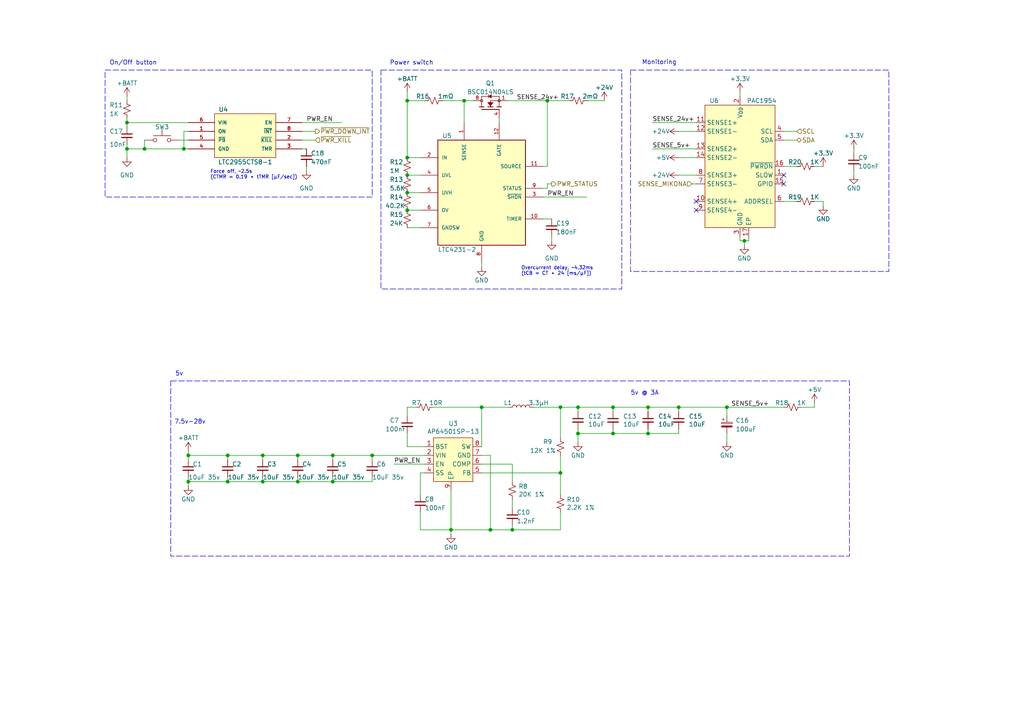
<source format=kicad_sch>
(kicad_sch (version 20230121) (generator eeschema)
  (paper "A4")
  (lib_symbols
    (symbol "AP64351:AP64351"
      (property "Reference" "U" (at 0 8.89 0))
      (property "Value" "AP64351" (at 1.27 6.35 0))
      (symbol "AP64351_0_0"
        (rectangle (start -5.08 5.08) (end 6.35 -7.62) (stroke (width 0.1524)) (fill (type background)))
      )
      (symbol "AP64351_1_1"
        (pin passive line (at -7.62 2.54 0) (length 2.54) (name "BST") (number "1"))
        (pin power_in line (at -7.62 0 0) (length 2.54) (name "VIN") (number "2"))
        (pin input line (at -7.62 -2.54 0) (length 2.54) (name "EN") (number "3"))
        (pin input line (at -7.62 -5.08 0) (length 2.54) (name "SS") (number "4"))
        (pin input line (at 8.89 -5.08 180) (length 2.54) (name "FB") (number "5"))
        (pin input line (at 8.89 -2.54 180) (length 2.54) (name "COMP") (number "6"))
        (pin power_in line (at 8.89 0 180) (length 2.54) (name "GND") (number "7"))
        (pin output line (at 8.89 2.54 180) (length 2.54) (name "SW") (number "8"))
        (pin passive line (at 0 -10.16 90) (length 2.54) (name "EP") (number "9"))
      )
    )
    (symbol "BSC014N04LSIATMA1:BSC014N04LSIATMA1" (pin_names (offset 1.016))
      (property "Reference" "Q" (at -2.54 2.54 0))
      (property "Value" "BSC014N04LSIATMA1" (at -8.8945 -7.6239 0))
      (symbol "BSC014N04LSIATMA1_0_0"
        (polyline (pts (xy 0 2.54) (xy 0 -2.54)) (stroke (width 0.254)))
        (polyline (pts (xy 0.762 -2.54) (xy 0.762 -3.175)) (stroke (width 0.254)))
        (polyline (pts (xy 0.762 -1.905) (xy 0.762 -2.54)) (stroke (width 0.254)))
        (polyline (pts (xy 0.762 0) (xy 0.762 -0.762)) (stroke (width 0.254)))
        (polyline (pts (xy 0.762 0) (xy 2.54 0)) (stroke (width 0.1524)))
        (polyline (pts (xy 0.762 0.762) (xy 0.762 0)) (stroke (width 0.254)))
        (polyline (pts (xy 0.762 2.54) (xy 0.762 1.905)) (stroke (width 0.254)))
        (polyline (pts (xy 0.762 2.54) (xy 3.81 2.54)) (stroke (width 0.1524)))
        (polyline (pts (xy 0.762 3.175) (xy 0.762 2.54)) (stroke (width 0.254)))
        (polyline (pts (xy 2.54 -2.54) (xy 0.762 -2.54)) (stroke (width 0.1524)))
        (polyline (pts (xy 2.54 -2.54) (xy 3.81 -2.54)) (stroke (width 0.1524)))
        (polyline (pts (xy 2.54 0) (xy 2.54 -2.54)) (stroke (width 0.1524)))
        (polyline (pts (xy 3.81 0.508) (xy 3.302 0.508)) (stroke (width 0.1524)))
        (polyline (pts (xy 3.81 0.508) (xy 3.81 -2.54)) (stroke (width 0.1524)))
        (polyline (pts (xy 3.81 2.54) (xy 3.81 0.508)) (stroke (width 0.1524)))
        (polyline (pts (xy 4.318 0.508) (xy 3.81 0.508)) (stroke (width 0.1524)))
        (polyline (pts (xy 1.016 0) (xy 2.032 0.762) (xy 2.032 -0.762) (xy 1.016 0)) (stroke (width 0.1524)) (fill (type outline)))
        (polyline (pts (xy 3.81 0.508) (xy 3.302 -0.254) (xy 4.318 -0.254) (xy 3.81 0.508)) (stroke (width 0.1524)) (fill (type outline)))
        (circle (center 2.54 -2.54) (radius 0.3592))
        (circle (center 2.54 2.54) (radius 0.3592))
        (pin passive line (at 2.54 -5.08 90) (length 2.54) (name "~") (number "1"))
        (pin passive line (at -2.54 -2.54 0) (length 2.54) (name "~") (number "4"))
        (pin passive line (at 2.54 5.08 270) (length 2.54) (name "~") (number "8"))
      )
    )
    (symbol "Device:C_Polarized_Small" (pin_numbers hide) (pin_names (offset 0.254) hide)
      (property "Reference" "C" (at 0.254 1.778 0))
      (property "Value" "C_Polarized_Small" (at 0.254 -2.032 0))
      (symbol "C_Polarized_Small_0_1"
        (rectangle (start -1.524 -0.3048) (end 1.524 -0.6858) (fill (type outline)))
        (rectangle (start -1.524 0.6858) (end 1.524 0.3048))
        (polyline (pts (xy -1.27 1.524) (xy -0.762 1.524)))
        (polyline (pts (xy -1.016 1.27) (xy -1.016 1.778)))
      )
      (symbol "C_Polarized_Small_1_1"
        (pin passive line (at 0 2.54 270) (length 1.8542) (name "~") (number "1"))
        (pin passive line (at 0 -2.54 90) (length 1.8542) (name "~") (number "2"))
      )
    )
    (symbol "Device:C_Small" (pin_numbers hide) (pin_names (offset 0.254) hide)
      (property "Reference" "C" (at 0.254 1.778 0))
      (property "Value" "C_Small" (at 0.254 -2.032 0))
      (symbol "C_Small_0_1"
        (polyline (pts (xy -1.524 -0.508) (xy 1.524 -0.508)) (stroke (width 0.3302)))
        (polyline (pts (xy -1.524 0.508) (xy 1.524 0.508)) (stroke (width 0.3048)))
      )
      (symbol "C_Small_1_1"
        (pin passive line (at 0 2.54 270) (length 2.032) (name "~") (number "1"))
        (pin passive line (at 0 -2.54 90) (length 2.032) (name "~") (number "2"))
      )
    )
    (symbol "Device:L" (pin_numbers hide) (pin_names (offset 1.016) hide)
      (property "Reference" "L" (at -1.27 0 90))
      (property "Value" "L" (at 1.905 0 90))
      (symbol "L_0_1"
        (arc (start 0 -2.54) (mid 0.6323 -1.905) (end 0 -1.27))
        (arc (start 0 -1.27) (mid 0.6323 -0.635) (end 0 0))
        (arc (start 0 0) (mid 0.6323 0.635) (end 0 1.27))
        (arc (start 0 1.27) (mid 0.6323 1.905) (end 0 2.54))
      )
      (symbol "L_1_1"
        (pin passive line (at 0 3.81 270) (length 1.27) (name "1") (number "1"))
        (pin passive line (at 0 -3.81 90) (length 1.27) (name "2") (number "2"))
      )
    )
    (symbol "Device:R_Small_US" (pin_numbers hide) (pin_names (offset 0.254) hide)
      (property "Reference" "R" (at 0.762 0.508 0))
      (property "Value" "R_Small_US" (at 0.762 -1.016 0))
      (symbol "R_Small_US_1_1"
        (polyline (pts (xy 0 0) (xy 1.016 -0.381) (xy 0 -0.762) (xy -1.016 -1.143) (xy 0 -1.524)))
        (polyline (pts (xy 0 1.524) (xy 1.016 1.143) (xy 0 0.762) (xy -1.016 0.381) (xy 0 0)))
        (pin passive line (at 0 2.54 270) (length 1.016) (name "~") (number "1"))
        (pin passive line (at 0 -2.54 90) (length 1.016) (name "~") (number "2"))
      )
    )
    (symbol "GND_1" (power) (pin_names (offset 0))
      (property "Value" "GND_1" (at 0 -3.81 0))
      (symbol "GND_1_0_1"
        (polyline (pts (xy 0 0) (xy 0 -1.27) (xy 1.27 -1.27) (xy 0 -2.54) (xy -1.27 -1.27) (xy 0 -1.27)))
      )
      (symbol "GND_1_1_1"
        (pin power_in line (at 0 0 270) (length 0) hide (name "GND") (number "1"))
      )
    )
    (symbol "GND_2" (power) (pin_names (offset 0))
      (property "Value" "GND_2" (at 0 -3.81 0))
      (symbol "GND_2_0_1"
        (polyline (pts (xy 0 0) (xy 0 -1.27) (xy 1.27 -1.27) (xy 0 -2.54) (xy -1.27 -1.27) (xy 0 -1.27)))
      )
      (symbol "GND_2_1_1"
        (pin power_in line (at 0 0 270) (length 0) hide (name "GND") (number "1"))
      )
    )
    (symbol "GND_3" (power) (pin_names (offset 0))
      (property "Value" "GND_3" (at 0 -3.81 0))
      (symbol "GND_3_0_1"
        (polyline (pts (xy 0 0) (xy 0 -1.27) (xy 1.27 -1.27) (xy 0 -2.54) (xy -1.27 -1.27) (xy 0 -1.27)))
      )
      (symbol "GND_3_1_1"
        (pin power_in line (at 0 0 270) (length 0) hide (name "GND") (number "1"))
      )
    )
    (symbol "LTC2955CTS8-1:LTC2955CTS8-1" (pin_names (offset 1.016))
      (property "Reference" "U" (at 9.525 6.35 0))
      (property "Value" "LTC2955CTS8-1" (at 8.89 3.81 0))
      (symbol "LTC2955CTS8-1_0_0"
        (rectangle (start 7.62 2.54) (end 25.4 -10.16) (stroke (width 0.1524)) (fill (type background)))
        (pin input line (at 0 -2.54 0) (length 7.62) (name "ON") (number "1"))
        (pin passive line (at 33.02 -7.62 180) (length 7.62) (name "TMR") (number "3"))
        (pin power_in line (at 0 -7.62 0) (length 7.62) (name "GND") (number "4"))
        (pin input line (at 0 0 0) (length 7.62) (name "VIN") (number "6"))
      )
      (symbol "LTC2955CTS8-1_1_0"
        (pin input line (at 33.02 -5.08 180) (length 7.62) (name "~{KILL}") (number "2"))
        (pin input line (at 0 -5.08 0) (length 7.62) (name "~{PB}") (number "5"))
        (pin output line (at 33.02 0 180) (length 7.62) (name "EN") (number "7"))
        (pin output line (at 33.02 -2.54 180) (length 7.62) (name "~{INT}") (number "8"))
      )
    )
    (symbol "LTC4231-2:LTC4231-2" (pin_names (offset 1.016))
      (property "Reference" "U" (at -12.7173 15.7694 0))
      (property "Value" "LTC4231-2" (at -12.7141 -17.7998 0))
      (symbol "LTC4231-2_0_0"
        (rectangle (start -12.7 15.24) (end 12.7 -15.24) (stroke (width 0.254)) (fill (type background)))
        (pin input line (at -5.08 20.32 270) (length 5.08) (name "SENSE") (number "1"))
        (pin input line (at 17.78 -7.62 180) (length 5.08) (name "TIMER") (number "10"))
        (pin bidirectional line (at 17.78 7.62 180) (length 5.08) (name "SOURCE") (number "11"))
        (pin bidirectional line (at 5.08 20.32 270) (length 5.08) (name "GATE") (number "12"))
        (pin input line (at -17.78 10.16 0) (length 5.08) (name "IN") (number "2"))
        (pin input line (at 17.78 -1.27 180) (length 5.08) (name "~{SHDN}") (number "3"))
        (pin input line (at -17.78 5.08 0) (length 5.08) (name "UVL") (number "4"))
        (pin input line (at -17.78 0 0) (length 5.08) (name "UVH") (number "5"))
        (pin input line (at -17.78 -5.08 0) (length 5.08) (name "OV") (number "6"))
        (pin power_in line (at -17.78 -10.16 0) (length 5.08) (name "GNDSW") (number "7"))
        (pin power_in line (at 0 -20.32 90) (length 5.08) (name "GND") (number "8"))
        (pin output line (at 17.78 1.27 180) (length 5.08) (name "STATUS") (number "9"))
      )
    )
    (symbol "Sensor_Energy:PAC1954x-x4MX"
      (property "Reference" "U" (at 7.62 22.86 0))
      (property "Value" "PAC1954x-x4MX" (at 7.62 20.32 0))
      (symbol "PAC1954x-x4MX_0_0"
        (pin input line (at 12.7 -2.54 180) (length 2.54) (name "SLOW") (number "1"))
        (pin input line (at -12.7 -10.16 0) (length 2.54) (name "SENSE4+") (number "10"))
        (pin input line (at -12.7 12.7 0) (length 2.54) (name "SENSE1+") (number "11"))
        (pin input line (at -12.7 10.16 0) (length 2.54) (name "SENSE1-") (number "12"))
        (pin input line (at -12.7 5.08 0) (length 2.54) (name "SENSE2+") (number "13"))
        (pin input line (at -12.7 2.54 0) (length 2.54) (name "SENSE2-") (number "14"))
        (pin bidirectional line (at 12.7 -5.08 180) (length 2.54) (name "GPIO") (number "15"))
        (pin input line (at 12.7 0 180) (length 2.54) (name "~{PWRDN}") (number "16"))
        (pin passive line (at 2.54 -20.32 90) (length 2.54) (name "EP") (number "17"))
        (pin power_in line (at 0 20.32 270) (length 2.54) (name "V_{DD}") (number "2"))
        (pin power_in line (at 0 -20.32 90) (length 2.54) (name "GND") (number "3"))
        (pin input line (at 12.7 10.16 180) (length 2.54) (name "SCL") (number "4"))
        (pin bidirectional line (at 12.7 7.62 180) (length 2.54) (name "SDA") (number "5"))
        (pin passive line (at 12.7 -10.16 180) (length 2.54) (name "ADDRSEL") (number "6"))
        (pin input line (at -12.7 -5.08 0) (length 2.54) (name "SENSE3-") (number "7"))
        (pin input line (at -12.7 -2.54 0) (length 2.54) (name "SENSE3+") (number "8"))
        (pin input line (at -12.7 -12.7 0) (length 2.54) (name "SENSE4-") (number "9"))
      )
      (symbol "PAC1954x-x4MX_0_1"
        (rectangle (start -10.16 17.78) (end 10.16 -17.78) (fill (type background)))
      )
    )
    (symbol "Switch:SW_Push" (pin_numbers hide) (pin_names (offset 1.016) hide)
      (property "Reference" "SW" (at 1.27 2.54 0))
      (property "Value" "SW_Push" (at 0 -1.524 0))
      (symbol "SW_Push_0_1"
        (circle (center -2.032 0) (radius 0.508))
        (polyline (pts (xy 0 1.27) (xy 0 3.048)))
        (polyline (pts (xy 2.54 1.27) (xy -2.54 1.27)))
        (circle (center 2.032 0) (radius 0.508))
        (pin passive line (at -5.08 0 0) (length 2.54) (name "1") (number "1"))
        (pin passive line (at 5.08 0 180) (length 2.54) (name "2") (number "2"))
      )
    )
    (symbol "power:+24V" (power) (pin_names (offset 0))
      (property "Value" "+24V" (at 0 3.556 0))
      (symbol "+24V_0_1"
        (polyline (pts (xy -0.762 1.27) (xy 0 2.54)))
        (polyline (pts (xy 0 0) (xy 0 2.54)))
        (polyline (pts (xy 0 2.54) (xy 0.762 1.27)))
      )
      (symbol "+24V_1_1"
        (pin power_in line (at 0 0 90) (length 0) hide (name "+24V") (number "1"))
      )
    )
    (symbol "power:+3.3V" (power) (pin_names (offset 0))
      (property "Value" "+3.3V" (at 0 3.556 0))
      (symbol "+3.3V_0_1"
        (polyline (pts (xy -0.762 1.27) (xy 0 2.54)))
        (polyline (pts (xy 0 0) (xy 0 2.54)))
        (polyline (pts (xy 0 2.54) (xy 0.762 1.27)))
      )
      (symbol "+3.3V_1_1"
        (pin power_in line (at 0 0 90) (length 0) hide (name "+3.3V") (number "1"))
      )
    )
    (symbol "power:+5V" (power) (pin_names (offset 0))
      (property "Value" "+5V" (at 0 3.556 0))
      (symbol "+5V_0_1"
        (polyline (pts (xy -0.762 1.27) (xy 0 2.54)))
        (polyline (pts (xy 0 0) (xy 0 2.54)))
        (polyline (pts (xy 0 2.54) (xy 0.762 1.27)))
      )
      (symbol "+5V_1_1"
        (pin power_in line (at 0 0 90) (length 0) hide (name "+5V") (number "1"))
      )
    )
    (symbol "power:+BATT" (power) (pin_names (offset 0))
      (property "Value" "+BATT" (at 0 3.556 0))
      (symbol "+BATT_0_1"
        (polyline (pts (xy -0.762 1.27) (xy 0 2.54)))
        (polyline (pts (xy 0 0) (xy 0 2.54)))
        (polyline (pts (xy 0 2.54) (xy 0.762 1.27)))
      )
      (symbol "+BATT_1_1"
        (pin power_in line (at 0 0 90) (length 0) hide (name "+BATT") (number "1"))
      )
    )
  )
  (junction (at 36.83 35.56))
  (junction (at 118.11 29.21))
  (junction (at 54.61 139.7))
  (junction (at 86.36 132.08))
  (junction (at 53.34 43.18))
  (junction (at 167.64 118.11))
  (junction (at 76.2 139.7))
  (junction (at 148.59 153.67))
  (junction (at 187.96 118.11))
  (junction (at 118.11 50.8))
  (junction (at 66.04 132.08))
  (junction (at 96.52 139.7))
  (junction (at 167.64 125.73))
  (junction (at 162.56 118.11))
  (junction (at 54.61 132.08))
  (junction (at 142.24 153.67))
  (junction (at 41.91 43.18))
  (junction (at 215.9 69.85))
  (junction (at 196.85 118.11))
  (junction (at 66.04 139.7))
  (junction (at 118.11 55.88))
  (junction (at 130.81 153.67))
  (junction (at 139.7 118.11))
  (junction (at 187.96 125.73))
  (junction (at 158.75 29.21))
  (junction (at 134.62 29.21))
  (junction (at 177.8 125.73))
  (junction (at 177.8 118.11))
  (junction (at 210.82 118.11))
  (junction (at 96.52 132.08))
  (junction (at 118.11 45.72))
  (junction (at 36.83 43.18))
  (junction (at 162.56 137.16))
  (junction (at 76.2 132.08))
  (junction (at 86.36 139.7))
  (junction (at 107.95 132.08))
  (junction (at 118.11 60.96))
  (no_connect (at 201.93 58.42))
  (no_connect (at 227.33 53.34))
  (no_connect (at 227.33 50.8))
  (no_connect (at 201.93 60.96))
  (wire (pts (xy 121.92 137.16) (xy 121.92 143.51)))
  (wire (pts (xy 54.61 35.56) (xy 36.83 35.56)))
  (wire (pts (xy 167.64 118.11) (xy 167.64 119.38)))
  (wire (pts (xy 189.23 43.18) (xy 201.93 43.18)))
  (wire (pts (xy 86.36 132.08) (xy 86.36 133.35)))
  (wire (pts (xy 170.18 29.21) (xy 175.26 29.21)))
  (wire (pts (xy 187.96 125.73) (xy 196.85 125.73)))
  (wire (pts (xy 54.61 139.7) (xy 54.61 140.97)))
  (wire (pts (xy 157.48 48.26) (xy 158.75 48.26)))
  (wire (pts (xy 162.56 137.16) (xy 162.56 143.51)))
  (wire (pts (xy 118.11 60.96) (xy 121.92 60.96)))
  (wire (pts (xy 177.8 118.11) (xy 187.96 118.11)))
  (wire (pts (xy 118.11 55.88) (xy 121.92 55.88)))
  (wire (pts (xy 76.2 132.08) (xy 86.36 132.08)))
  (wire (pts (xy 227.33 58.42) (xy 231.14 58.42)))
  (wire (pts (xy 217.17 69.85) (xy 217.17 68.58)))
  (wire (pts (xy 214.63 68.58) (xy 214.63 69.85)))
  (wire (pts (xy 87.63 38.1) (xy 91.44 38.1)))
  (wire (pts (xy 86.36 132.08) (xy 96.52 132.08)))
  (wire (pts (xy 134.62 29.21) (xy 134.62 35.56)))
  (wire (pts (xy 167.64 125.73) (xy 167.64 128.27)))
  (wire (pts (xy 139.7 118.11) (xy 139.7 129.54)))
  (wire (pts (xy 36.83 41.91) (xy 36.83 43.18)))
  (wire (pts (xy 158.75 53.34) (xy 158.75 54.61)))
  (wire (pts (xy 118.11 66.04) (xy 121.92 66.04)))
  (wire (pts (xy 118.11 125.73) (xy 118.11 129.54)))
  (wire (pts (xy 139.7 76.2) (xy 139.7 77.47)))
  (wire (pts (xy 147.32 29.21) (xy 158.75 29.21)))
  (wire (pts (xy 123.19 137.16) (xy 121.92 137.16)))
  (wire (pts (xy 41.91 43.18) (xy 53.34 43.18)))
  (wire (pts (xy 114.3 134.62) (xy 123.19 134.62)))
  (wire (pts (xy 54.61 38.1) (xy 53.34 38.1)))
  (wire (pts (xy 162.56 118.11) (xy 167.64 118.11)))
  (wire (pts (xy 87.63 40.64) (xy 91.44 40.64)))
  (wire (pts (xy 118.11 26.67) (xy 118.11 29.21)))
  (wire (pts (xy 189.23 35.56) (xy 201.93 35.56)))
  (wire (pts (xy 160.02 53.34) (xy 158.75 53.34)))
  (wire (pts (xy 96.52 139.7) (xy 107.95 139.7)))
  (wire (pts (xy 76.2 139.7) (xy 86.36 139.7)))
  (wire (pts (xy 54.61 139.7) (xy 66.04 139.7)))
  (wire (pts (xy 36.83 27.94) (xy 36.83 29.21)))
  (wire (pts (xy 96.52 139.7) (xy 96.52 138.43)))
  (wire (pts (xy 160.02 68.58) (xy 160.02 69.85)))
  (wire (pts (xy 227.33 38.1) (xy 231.14 38.1)))
  (wire (pts (xy 227.33 40.64) (xy 231.14 40.64)))
  (wire (pts (xy 210.82 118.11) (xy 210.82 120.65)))
  (wire (pts (xy 139.7 137.16) (xy 162.56 137.16)))
  (wire (pts (xy 187.96 118.11) (xy 196.85 118.11)))
  (wire (pts (xy 196.85 118.11) (xy 210.82 118.11)))
  (wire (pts (xy 36.83 35.56) (xy 36.83 36.83)))
  (wire (pts (xy 66.04 139.7) (xy 66.04 138.43)))
  (wire (pts (xy 167.64 118.11) (xy 177.8 118.11)))
  (wire (pts (xy 214.63 26.67) (xy 214.63 27.94)))
  (wire (pts (xy 215.9 69.85) (xy 215.9 71.12)))
  (wire (pts (xy 139.7 118.11) (xy 147.32 118.11)))
  (wire (pts (xy 96.52 132.08) (xy 96.52 133.35)))
  (wire (pts (xy 236.22 58.42) (xy 238.76 58.42)))
  (wire (pts (xy 107.95 132.08) (xy 123.19 132.08)))
  (wire (pts (xy 118.11 45.72) (xy 121.92 45.72)))
  (wire (pts (xy 76.2 139.7) (xy 76.2 138.43)))
  (wire (pts (xy 196.85 125.73) (xy 196.85 124.46)))
  (wire (pts (xy 196.85 38.1) (xy 201.93 38.1)))
  (wire (pts (xy 148.59 152.4) (xy 148.59 153.67)))
  (wire (pts (xy 134.62 29.21) (xy 137.16 29.21)))
  (wire (pts (xy 158.75 48.26) (xy 158.75 29.21)))
  (wire (pts (xy 41.91 40.64) (xy 41.91 43.18)))
  (wire (pts (xy 196.85 45.72) (xy 201.93 45.72)))
  (wire (pts (xy 130.81 154.94) (xy 130.81 153.67)))
  (wire (pts (xy 167.64 125.73) (xy 177.8 125.73)))
  (wire (pts (xy 128.27 29.21) (xy 134.62 29.21)))
  (wire (pts (xy 177.8 125.73) (xy 187.96 125.73)))
  (wire (pts (xy 177.8 118.11) (xy 177.8 119.38)))
  (wire (pts (xy 157.48 57.15) (xy 170.18 57.15)))
  (wire (pts (xy 130.81 153.67) (xy 142.24 153.67)))
  (wire (pts (xy 54.61 130.81) (xy 54.61 132.08)))
  (wire (pts (xy 66.04 132.08) (xy 66.04 133.35)))
  (wire (pts (xy 66.04 139.7) (xy 76.2 139.7)))
  (wire (pts (xy 148.59 139.7) (xy 148.59 134.62)))
  (wire (pts (xy 236.22 48.26) (xy 238.76 48.26)))
  (wire (pts (xy 139.7 134.62) (xy 148.59 134.62)))
  (wire (pts (xy 162.56 132.08) (xy 162.56 137.16)))
  (wire (pts (xy 148.59 144.78) (xy 148.59 147.32)))
  (wire (pts (xy 36.83 43.18) (xy 36.83 45.72)))
  (wire (pts (xy 118.11 118.11) (xy 120.65 118.11)))
  (wire (pts (xy 107.95 139.7) (xy 107.95 138.43)))
  (wire (pts (xy 236.22 118.11) (xy 236.22 116.84)))
  (wire (pts (xy 54.61 132.08) (xy 66.04 132.08)))
  (wire (pts (xy 200.66 53.34) (xy 201.93 53.34)))
  (wire (pts (xy 53.34 43.18) (xy 54.61 43.18)))
  (wire (pts (xy 187.96 118.11) (xy 187.96 119.38)))
  (wire (pts (xy 144.78 34.29) (xy 144.78 35.56)))
  (wire (pts (xy 247.65 49.53) (xy 247.65 50.8)))
  (wire (pts (xy 177.8 124.46) (xy 177.8 125.73)))
  (wire (pts (xy 118.11 50.8) (xy 121.92 50.8)))
  (wire (pts (xy 215.9 69.85) (xy 217.17 69.85)))
  (wire (pts (xy 118.11 29.21) (xy 123.19 29.21)))
  (wire (pts (xy 130.81 142.24) (xy 130.81 153.67)))
  (wire (pts (xy 118.11 29.21) (xy 118.11 45.72)))
  (wire (pts (xy 158.75 29.21) (xy 165.1 29.21)))
  (wire (pts (xy 121.92 148.59) (xy 121.92 153.67)))
  (wire (pts (xy 247.65 43.18) (xy 247.65 44.45)))
  (wire (pts (xy 139.7 132.08) (xy 142.24 132.08)))
  (wire (pts (xy 121.92 153.67) (xy 130.81 153.67)))
  (wire (pts (xy 76.2 132.08) (xy 76.2 133.35)))
  (wire (pts (xy 54.61 133.35) (xy 54.61 132.08)))
  (wire (pts (xy 214.63 69.85) (xy 215.9 69.85)))
  (wire (pts (xy 36.83 43.18) (xy 41.91 43.18)))
  (wire (pts (xy 142.24 132.08) (xy 142.24 153.67)))
  (wire (pts (xy 53.34 38.1) (xy 53.34 43.18)))
  (wire (pts (xy 227.33 48.26) (xy 231.14 48.26)))
  (wire (pts (xy 125.73 118.11) (xy 139.7 118.11)))
  (wire (pts (xy 96.52 132.08) (xy 107.95 132.08)))
  (wire (pts (xy 88.9 48.26) (xy 88.9 49.53)))
  (wire (pts (xy 196.85 118.11) (xy 196.85 119.38)))
  (wire (pts (xy 196.85 50.8) (xy 201.93 50.8)))
  (wire (pts (xy 52.07 40.64) (xy 54.61 40.64)))
  (wire (pts (xy 54.61 139.7) (xy 54.61 138.43)))
  (wire (pts (xy 66.04 132.08) (xy 76.2 132.08)))
  (wire (pts (xy 154.94 118.11) (xy 162.56 118.11)))
  (wire (pts (xy 86.36 139.7) (xy 86.36 138.43)))
  (wire (pts (xy 187.96 124.46) (xy 187.96 125.73)))
  (wire (pts (xy 162.56 118.11) (xy 162.56 127)))
  (wire (pts (xy 87.63 35.56) (xy 99.06 35.56)))
  (wire (pts (xy 118.11 118.11) (xy 118.11 120.65)))
  (wire (pts (xy 157.48 63.5) (xy 160.02 63.5)))
  (wire (pts (xy 210.82 118.11) (xy 227.33 118.11)))
  (wire (pts (xy 118.11 129.54) (xy 123.19 129.54)))
  (wire (pts (xy 232.41 118.11) (xy 236.22 118.11)))
  (wire (pts (xy 107.95 132.08) (xy 107.95 133.35)))
  (wire (pts (xy 87.63 43.18) (xy 88.9 43.18)))
  (wire (pts (xy 142.24 153.67) (xy 148.59 153.67)))
  (wire (pts (xy 36.83 35.56) (xy 36.83 34.29)))
  (wire (pts (xy 148.59 153.67) (xy 162.56 153.67)))
  (wire (pts (xy 162.56 148.59) (xy 162.56 153.67)))
  (wire (pts (xy 86.36 139.7) (xy 96.52 139.7)))
  (wire (pts (xy 210.82 125.73) (xy 210.82 128.27)))
  (wire (pts (xy 167.64 124.46) (xy 167.64 125.73)))
  (wire (pts (xy 157.48 54.61) (xy 158.75 54.61)))
  (wire (pts (xy 238.76 58.42) (xy 238.76 59.69)))
  (rectangle (start 110.49 20.32) (end 180.34 83.82) (stroke (width 0) (type dash)))
  (rectangle (start 182.88 20.32) (end 257.81 78.74) (stroke (width 0) (type dash)))
  (rectangle (start 49.53 110.49) (end 246.38 161.29) (stroke (width 0) (type dash)))
  (rectangle (start 30.48 20.32) (end 107.95 57.15) (stroke (width 0) (type dash)))
  (text "5v @ 3A\n" (at 182.88 114.808 0) (effects (font (size 1.27 1.27)) (justify left bottom)))
  (text "Force off, ~2.5s\n(CTMR = 0.19 • tTMR [µF/sec])" (at 60.96 52.07 0) (effects (font (size 1 1)) (justify left bottom)))
  (text "Monitoring" (at 186.1615 18.9286 0) (effects (font (size 1.27 1.27)) (justify left bottom)))
  (text "Overcurrent delay, ~4.32ms\n(tCB = CT • 24 [ms/µF])" (at 151.13 80.01 0) (effects (font (size 1 1)) (justify left bottom)))
  (text "Power switch" (at 113.03 19.05 0) (effects (font (size 1.27 1.27)) (justify left bottom)))
  (text "7.5v-28v" (at 59.69 123.19 0) (effects (font (size 1.27 1.27)) (justify right bottom)))
  (text "On/Off button" (at 31.75 19.05 0) (effects (font (size 1.27 1.27)) (justify left bottom)))
  (text "5v" (at 50.8 109.22 0) (effects (font (size 1.27 1.27)) (justify left bottom)))
  (label "PWR_EN" (at 158.75 57.15 0))
  (label "PWR_EN" (at 114.3 134.62 0))
  (label "SENSE_5v+" (at 212.09 118.11 0))
  (label "PWR_EN" (at 88.9 35.56 0))
  (label "SENSE_5v+" (at 189.23 43.18 0))
  (label "SENSE_24v+" (at 149.86 29.21 0))
  (label "SENSE_24v+" (at 189.23 35.56 0))
  (hierarchical_label "SCL" (shape input) (at 231.14 38.1 0))
  (hierarchical_label "SDA" (shape bidirectional) (at 231.14 40.64 0))
  (hierarchical_label "~{PWR_DOWN_INT}" (shape output) (at 91.44 38.1 0))
  (hierarchical_label "SENSE_MIKONA" (shape input) (at 200.66 53.34 180))
  (hierarchical_label "~{PWR_KILL}" (shape input) (at 91.44 40.64 0))
  (hierarchical_label "PWR_STATUS" (shape output) (at 160.02 53.34 0))
  (symbol (lib_id "power:+BATT") (at 54.61 130.81 0) (unit 1)
    (property "Reference" "#PWR041" (effects hide))
    (property "Value" "+BATT" (at 54.61 127 0))
  )
  (symbol (lib_id "Device:R_Small_US") (at 162.56 129.54 0) (unit 1)
    (property "Reference" "R9" (at 157.48 128.143 0) (effects (justify left)))
    (property "Value" "12K 1%" (at 153.67 130.683 0) (effects (justify left)))
    (property "Footprint" "Resistor_SMD:R_0402_1005Metric" (effects hide))
    (property "Field4" "Farnell" (effects hide))
    (property "Field5" "9239367" (effects hide))
    (property "Field7" "Rohm" (effects hide))
    (property "Field6" "MCR01MZPF1202" (effects hide))
    (property "Part Description" "Resistor 12K M1005 1% 63mW" (effects hide))
    (instances (project "main-board" (path "" (reference "R9") (unit 1))) (project "CM4IOv5" (path "" (reference "R27") (unit 1))))
  )
  (symbol (lib_name "GND_2") (lib_id "power:GND") (at 160.02 69.85 0) (unit 1)
    (property "Reference" "#PWR031" (effects hide))
    (property "Value" "GND" (at 160.02 74.93 0))
  )
  (symbol (lib_id "Device:C_Small") (at 167.64 121.92 0) (unit 1)
    (property "Reference" "C12" (at 170.561 120.7516 0) (effects (justify left)))
    (property "Value" "10uF" (at 170.561 123.063 0) (effects (justify left)))
    (property "Footprint" "Capacitor_SMD:C_0805_2012Metric" (effects hide))
    (property "Field5" "490-14381-1-ND" (effects hide))
    (property "Field4" "Digikey" (effects hide))
    (property "Field6" "GRM21BR71A106KA73L" (effects hide))
    (property "Field7" "Murata" (effects hide))
    (property "Part Description" "	10uF 10% 10V Ceramic Capacitor X7R 0805 (2012 Metric)" (effects hide))
    (property "Field8" "111893011" (effects hide))
    (instances (project "main-board" (path "" (reference "C12") (unit 1))) (project "CM4IOv5" (path "" (reference "C47") (unit 1))))
  )
  (symbol (lib_id "Device:R_Small_US") (at 233.68 48.26 270) (unit 1)
    (property "Reference" "R20" (at 228.6 46.99 90) (effects (justify left)))
    (property "Value" "1K" (at 234.95 46.99 90) (effects (justify left)))
  )
  (symbol (lib_id "Device:R_Small_US") (at 118.11 53.34 0) (unit 1)
    (property "Reference" "R13" (at 113.03 52.07 0) (effects (justify left)))
    (property "Value" "5.6K" (at 113.03 54.61 0) (effects (justify left)))
  )
  (symbol (lib_id "power:+24V") (at 196.85 38.1 90) (unit 1)
    (property "Reference" "#PWR035" (effects hide))
    (property "Value" "+24V" (at 194.31 38.1 90) (effects (justify left)))
  )
  (symbol (lib_id "power:+3.3V") (at 238.76 48.26 0) (unit 1)
    (property "Reference" "#PWR040" (effects hide))
    (property "Value" "+3.3V" (at 238.76 44.45 0))
  )
  (symbol (lib_id "power:+3.3V") (at 214.63 26.67 0) (unit 1)
    (property "Reference" "#PWR033" (effects hide))
    (property "Value" "+3.3V" (at 214.63 22.86 0))
  )
  (symbol (lib_name "GND_2") (lib_id "power:GND") (at 139.7 77.47 0) (unit 1)
    (property "Reference" "#PWR030" (effects hide))
    (property "Value" "GND" (at 139.7 81.28 0))
  )
  (symbol (lib_id "Switch:SW_Push") (at 46.99 40.64 0) (unit 1)
    (property "Reference" "SW3" (at 46.99 36.83 0))
    (property "Value" "SW_Push" (effects hide))
  )
  (symbol (lib_id "AP64351:AP64351") (at 130.81 132.08 0) (unit 1)
    (property "Reference" "U3" (at 131.445 122.8344 0))
    (property "Value" "AP64501SP-13" (at 131.445 125.1458 0))
    (property "Footprint" "Package_SO:SOIC-8-1EP_3.9x4.9mm_P1.27mm_EP2.95x4.9mm_Mask2.71x3.4mm_ThermalVias" (effects hide))
    (property "Datasheet" "https://www.diodes.com/assets/Datasheets/AP64501.pdf" (effects hide))
    (property "Field4" "Digikey" (effects hide))
    (property "Field5" "31-AP64501SP-13CT-ND" (effects hide))
    (property "Field6" "AP64501SP-13" (effects hide))
    (property "Field7" "Diodes" (effects hide))
    (property "Part Description" "Buck Switching Regulator IC Positive Adjustable 0.8V 1 Output 5A 8-SOIC (0.154\", 3.90mm Width) Exposed Pad" (effects hide))
    (instances (project "main-board" (path "" (reference "U3") (unit 1))) (project "CM4IOv5" (path "" (reference "U16") (unit 1))))
  )
  (symbol (lib_id "Device:R_Small_US") (at 167.64 29.21 270) (unit 1)
    (property "Reference" "R17" (at 162.56 27.94 90) (effects (justify left)))
    (property "Value" "2mΩ" (at 168.91 27.94 90) (effects (justify left)))
  )
  (symbol (lib_id "Device:C_Polarized_Small") (at 210.82 123.19 0) (unit 1)
    (property "Reference" "C16" (at 213.36 121.92 0) (effects (justify left)))
    (property "Value" "100uF" (at 213.36 124.46 0) (effects (justify left)))
    (property "Footprint" "Capacitor_Tantalum_SMD:CP_EIA-7343-31_Kemet-D" (effects hide))
    (property "Field4" "Mouser" (effects hide))
    (property "Field5" "667-EEF-CX0J101R" (effects hide))
    (property "Part Description" "Capacitor, SP-Cap, 100u, 6.3V, 15mR ESR" (effects hide))
    (instances (project "main-board" (path "" (reference "C16") (unit 1))) (project "CM4IOv5" (path "" (reference "C18") (unit 1))))
  )
  (symbol (lib_id "Device:C_Small") (at 118.11 123.19 0) (unit 1)
    (property "Reference" "C7" (at 113.03 121.92 0) (effects (justify left)))
    (property "Value" "100nF" (at 111.76 124.46 0) (effects (justify left)))
    (property "Footprint" "Capacitor_SMD:C_0402_1005Metric" (effects hide))
    (property "Field4" "Farnell" (effects hide))
    (property "Field5" "2611911" (effects hide))
    (property "Field6" "RM EMK105 B7104KV-F" (effects hide))
    (property "Field7" "TAIYO YUDEN EUROPE GMBH" (effects hide))
    (property "Part Description" "	0.1uF 10% 16V Ceramic Capacitor X7R 0402 (1005 Metric)" (effects hide))
    (property "Field8" "110091611" (effects hide))
    (instances (project "main-board" (path "" (reference "C7") (unit 1))) (project "CM4IOv5" (path "" (reference "C57") (unit 1))))
  )
  (symbol (lib_id "Device:R_Small_US") (at 125.73 29.21 270) (unit 1)
    (property "Reference" "R16" (at 120.65 27.94 90) (effects (justify left)))
    (property "Value" "1mΩ" (at 127 27.94 90) (effects (justify left)))
  )
  (symbol (lib_name "GND_1") (lib_id "power:GND") (at 36.83 45.72 0) (unit 1)
    (property "Reference" "#PWR024" (effects hide))
    (property "Value" "GND" (at 36.83 50.8 0))
  )
  (symbol (lib_id "power:+24V") (at 175.26 29.21 0) (unit 1)
    (property "Reference" "#PWR034" (effects hide))
    (property "Value" "+24V" (at 175.26 25.4 0))
  )
  (symbol (lib_id "Device:R_Small_US") (at 233.68 58.42 270) (unit 1)
    (property "Reference" "R19" (at 228.6 57.15 90) (effects (justify left)))
    (property "Value" "1K" (at 234.95 57.15 90) (effects (justify left)))
  )
  (symbol (lib_name "GND_1") (lib_id "power:GND") (at 88.9 49.53 0) (unit 1)
    (property "Reference" "#PWR028" (effects hide))
    (property "Value" "GND" (at 88.9 54.61 0))
  )
  (symbol (lib_id "Device:C_Small") (at 247.65 46.99 0) (unit 1)
    (property "Reference" "C9" (at 248.92 45.72 0) (effects (justify left)))
    (property "Value" "100nF" (at 248.92 48.26 0) (effects (justify left)))
  )
  (symbol (lib_id "Device:R_Small_US") (at 118.11 48.26 0) (unit 1)
    (property "Reference" "R12" (at 113.03 46.99 0) (effects (justify left)))
    (property "Value" "1M" (at 113.03 49.53 0) (effects (justify left)))
  )
  (symbol (lib_id "Device:R_Small_US") (at 36.83 31.75 0) (unit 1)
    (property "Reference" "R11" (at 31.75 30.48 0) (effects (justify left)))
    (property "Value" "1K" (at 31.75 33.02 0) (effects (justify left)))
  )
  (symbol (lib_id "Device:C_Small") (at 86.36 135.89 0) (unit 1)
    (property "Reference" "C4" (at 87.63 134.62 0) (effects (justify left)))
    (property "Value" "10uF 35v" (at 86.36 138.43 0) (effects (justify left)))
    (property "Footprint" "Capacitor_SMD:C_0805_2012Metric" (effects hide))
    (property "Field5" "490-10505-1-ND" (effects hide))
    (property "Field4" "Digikey" (effects hide))
    (property "Field6" "GRM21BC8YA106KE11L " (effects hide))
    (property "Field7" "Murata" (effects hide))
    (property "Part Description" "	10uF 10% or 20% 35V Ceramic Capacitor X6S 0805 (2012 Metric)" (effects hide))
    (instances (project "main-board" (path "" (reference "C4") (unit 1))) (project "CM4IOv5" (path "" (reference "C38") (unit 1))))
  )
  (symbol (lib_id "Device:C_Small") (at 196.85 121.92 0) (unit 1)
    (property "Reference" "C15" (at 199.771 120.7516 0) (effects (justify left)))
    (property "Value" "10uF" (at 199.771 123.063 0) (effects (justify left)))
    (property "Footprint" "Capacitor_SMD:C_0805_2012Metric" (effects hide))
    (property "Field5" "490-14381-1-ND" (effects hide))
    (property "Field4" "Digikey" (effects hide))
    (property "Field6" "GRM21BR71A106KA73L" (effects hide))
    (property "Field7" "Murata" (effects hide))
    (property "Part Description" "	10uF 10% 10V Ceramic Capacitor X7R 0805 (2012 Metric)" (effects hide))
    (property "Field8" "111893011" (effects hide))
    (instances (project "main-board" (path "" (reference "C15") (unit 1))) (project "CM4IOv5" (path "" (reference "C52") (unit 1))))
  )
  (symbol (lib_id "power:+5V") (at 196.85 45.72 90) (unit 1)
    (property "Reference" "#PWR036" (effects hide))
    (property "Value" "+5V" (at 194.31 45.72 90) (effects (justify left)))
  )
  (symbol (lib_name "GND_2") (lib_id "power:GND") (at 167.64 128.27 0) (unit 1)
    (property "Reference" "#PWR019" (effects hide))
    (property "Value" "GND" (at 167.64 132.08 0))
  )
  (symbol (lib_id "Device:C_Small") (at 187.96 121.92 0) (unit 1)
    (property "Reference" "C14" (at 190.881 120.7516 0) (effects (justify left)))
    (property "Value" "10uF" (at 190.881 123.063 0) (effects (justify left)))
    (property "Footprint" "Capacitor_SMD:C_0805_2012Metric" (effects hide))
    (property "Field5" "490-14381-1-ND" (effects hide))
    (property "Field4" "Digikey" (effects hide))
    (property "Field6" "GRM21BR71A106KA73L" (effects hide))
    (property "Field7" "Murata" (effects hide))
    (property "Part Description" "	10uF 10% 10V Ceramic Capacitor X7R 0805 (2012 Metric)" (effects hide))
    (property "Field8" "111893011" (effects hide))
    (instances (project "main-board" (path "" (reference "C14") (unit 1))) (project "CM4IOv5" (path "" (reference "C51") (unit 1))))
  )
  (symbol (lib_id "LTC2955CTS8-1:LTC2955CTS8-1") (at 54.61 35.56 0) (unit 1)
    (property "Reference" "U4" (at 64.77 31.75 0))
    (property "Value" "LTC2955CTS8-1" (at 71.12 46.99 0))
    (property "Footprint" "Package_TO_SOT_SMD:TSOT-23-8" (effects hide))
    (property "VENDOR" "Linear Technology" (effects hide))
    (property "MANUFACTURER_PART_NUMBER" "ltc2955cts81#pbf" (effects hide))
  )
  (symbol (lib_id "BSC014N04LSIATMA1:BSC014N04LSIATMA1") (at 142.24 31.75 90) (unit 1)
    (property "Reference" "Q1" (at 142.24 24.13 90))
    (property "Value" "BSC014N04LS" (at 142.24 26.67 90))
    (property "Footprint" "BSC014N04LSIATMA1:TRANS_BSC014N04LSIATMA1" (effects hide))
    (property "MF" "Infineon Technologies" (effects hide))
    (property "DESCRIPTION" "MOSFET Transistor, N Channel, 100 A, 40 V, 0.0012 ohm, 10 V, 2 V" (effects hide))
    (property "PACKAGE" "PowerTDFN-8 Infineon" (effects hide))
    (property "PRICE" "1.90 USD" (effects hide))
    (property "MP" "BSC014N04LSIATMA1" (effects hide))
    (property "AVAILABILITY" "Good" (effects hide))
  )
  (symbol (lib_id "Device:C_Small") (at 148.59 149.86 0) (unit 1)
    (property "Reference" "C10" (at 149.86 148.59 0) (effects (justify left)))
    (property "Value" "1.2nF" (at 149.86 151.13 0) (effects (justify left)))
    (property "Footprint" "Capacitor_SMD:C_0402_1005Metric" (effects hide))
    (property "Field4" "Digikey" (effects hide))
    (property "Field5" "490-16429-1-ND" (effects hide))
    (property "Field6" "GCM155R71H122KA37D" (effects hide))
    (property "Field7" "Murata" (effects hide))
    (property "Part Description" "1200pF 10% 10V Ceramic Capacitor X5R 0402 (1005 Metric)" (effects hide))
    (instances (project "main-board" (path "" (reference "C10") (unit 1))) (project "CM4IOv5" (path "" (reference "C60") (unit 1))))
  )
  (symbol (lib_id "Device:R_Small_US") (at 123.19 118.11 270) (unit 1)
    (property "Reference" "R7" (at 119.38 116.84 90) (effects (justify left)))
    (property "Value" "10R" (at 124.46 116.84 90) (effects (justify left)))
    (property "Footprint" "Resistor_SMD:R_0402_1005Metric" (effects hide))
    (property "Field4" "Farnell" (effects hide))
    (property "Field5" "9238999" (effects hide))
    (property "Field7" "Yageo" (effects hide))
    (property "Field6" "RC0402FR-0710RL" (effects hide))
    (property "Field8" "URES00256" (effects hide))
    (property "Part Description" "Resistor 10R M1005 1% 63mW" (effects hide))
    (instances (project "main-board" (path "" (reference "R7") (unit 1))) (project "CM4IOv5" (path "" (reference "R9") (unit 1))))
  )
  (symbol (lib_id "Device:C_Small") (at 76.2 135.89 0) (unit 1)
    (property "Reference" "C3" (at 77.47 134.62 0) (effects (justify left)))
    (property "Value" "10uF 35v" (at 76.2 138.43 0) (effects (justify left)))
    (property "Footprint" "Capacitor_SMD:C_0805_2012Metric" (effects hide))
    (property "Field5" "490-10505-1-ND" (effects hide))
    (property "Field4" "Digikey" (effects hide))
    (property "Field6" "GRM21BC8YA106KE11L " (effects hide))
    (property "Field7" "Murata" (effects hide))
    (property "Part Description" "	10uF 10% or 20% 35V Ceramic Capacitor X6S 0805 (2012 Metric)" (effects hide))
    (instances (project "main-board" (path "" (reference "C3") (unit 1))) (project "CM4IOv5" (path "" (reference "C37") (unit 1))))
  )
  (symbol (lib_id "Device:C_Small") (at 121.92 146.05 0) (unit 1)
    (property "Reference" "C8" (at 123.19 144.78 0) (effects (justify left)))
    (property "Value" "100nF" (at 123.19 147.32 0) (effects (justify left)))
    (property "Footprint" "Capacitor_SMD:C_0402_1005Metric" (effects hide))
    (property "Field4" "Farnell" (effects hide))
    (property "Field5" "2611911" (effects hide))
    (property "Field6" "RM EMK105 B7104KV-F" (effects hide))
    (property "Field7" "TAIYO YUDEN EUROPE GMBH" (effects hide))
    (property "Part Description" "	0.1uF 10% 16V Ceramic Capacitor X7R 0402 (1005 Metric)" (effects hide))
    (property "Field8" "110091611" (effects hide))
    (instances (project "main-board" (path "" (reference "C8") (unit 1))) (project "CM4IOv5" (path "" (reference "C58") (unit 1))))
  )
  (symbol (lib_id "Device:R_Small_US") (at 148.59 142.24 0) (unit 1)
    (property "Reference" "R8" (at 150.368 141.0716 0) (effects (justify left)))
    (property "Value" "20K 1%" (at 150.368 143.383 0) (effects (justify left)))
    (property "Footprint" "Resistor_SMD:R_0402_1005Metric" (effects hide))
    (property "Field4" "Farnell" (effects hide))
    (property "Field5" "2331485" (effects hide))
    (property "Field7" "KOA EUROPE GMBH" (effects hide))
    (property "Field6" "RK73H1ETTP2002F" (effects hide))
    (property "Part Description" "Resistor 20K M1005 1% 63mW" (effects hide))
    (instances (project "main-board" (path "" (reference "R8") (unit 1))) (project "CM4IOv5" (path "" (reference "R25") (unit 1))))
  )
  (symbol (lib_id "Device:C_Small") (at 107.95 135.89 0) (unit 1)
    (property "Reference" "C6" (at 109.22 134.62 0) (effects (justify left)))
    (property "Value" "10uF 35v" (at 107.95 138.43 0) (effects (justify left)))
    (property "Footprint" "Capacitor_SMD:C_0805_2012Metric" (effects hide))
    (property "Field5" "490-10505-1-ND" (effects hide))
    (property "Field4" "Digikey" (effects hide))
    (property "Field6" "GRM21BC8YA106KE11L " (effects hide))
    (property "Field7" "Murata" (effects hide))
    (property "Part Description" "	10uF 10% or 20% 35V Ceramic Capacitor X6S 0805 (2012 Metric)" (effects hide))
    (instances (project "main-board" (path "" (reference "C6") (unit 1))) (project "CM4IOv5" (path "" (reference "C41") (unit 1))))
  )
  (symbol (lib_id "Device:R_Small_US") (at 229.87 118.11 270) (unit 1)
    (property "Reference" "R18" (at 224.79 116.84 90) (effects (justify left)))
    (property "Value" "1K" (at 231.14 116.84 90) (effects (justify left)))
  )
  (symbol (lib_id "power:+5V") (at 236.22 116.84 0) (unit 1)
    (property "Reference" "#PWR020" (effects hide))
    (property "Value" "+5V" (at 236.22 113.03 0))
  )
  (symbol (lib_id "Device:C_Small") (at 96.52 135.89 0) (unit 1)
    (property "Reference" "C5" (at 97.79 134.62 0) (effects (justify left)))
    (property "Value" "10uF 35v" (at 96.52 138.43 0) (effects (justify left)))
    (property "Footprint" "Capacitor_SMD:C_0805_2012Metric" (effects hide))
    (property "Field5" "490-10505-1-ND" (effects hide))
    (property "Field4" "Digikey" (effects hide))
    (property "Field6" "GRM21BC8YA106KE11L " (effects hide))
    (property "Field7" "Murata" (effects hide))
    (property "Part Description" "	10uF 10% or 20% 35V Ceramic Capacitor X6S 0805 (2012 Metric)" (effects hide))
    (instances (project "main-board" (path "" (reference "C5") (unit 1))) (project "CM4IOv5" (path "" (reference "C39") (unit 1))))
  )
  (symbol (lib_id "power:+BATT") (at 118.11 26.67 0) (unit 1)
    (property "Reference" "#PWR029" (effects hide))
    (property "Value" "+BATT" (at 118.11 22.86 0))
  )
  (symbol (lib_name "GND_3") (lib_id "power:GND") (at 215.9 71.12 0) (unit 1)
    (property "Reference" "#PWR032" (effects hide))
    (property "Value" "GND" (at 215.9 74.93 0))
  )
  (symbol (lib_id "Device:C_Small") (at 54.61 135.89 0) (unit 1)
    (property "Reference" "C1" (at 55.88 134.62 0) (effects (justify left)))
    (property "Value" "10uF 35v" (at 54.61 138.43 0) (effects (justify left)))
    (property "Footprint" "Capacitor_SMD:C_0805_2012Metric" (effects hide))
    (property "Field5" "490-10505-1-ND" (effects hide))
    (property "Field4" "Digikey" (effects hide))
    (property "Field6" "GRM21BC8YA106KE11L " (effects hide))
    (property "Field7" "Murata" (effects hide))
    (property "Part Description" "	10uF 10% or 20% 35V Ceramic Capacitor X6S 0805 (2012 Metric)" (effects hide))
    (instances (project "main-board" (path "" (reference "C1") (unit 1))) (project "CM4IOv5" (path "" (reference "C34") (unit 1))))
  )
  (symbol (lib_id "Device:C_Small") (at 177.8 121.92 0) (unit 1)
    (property "Reference" "C13" (at 180.721 120.7516 0) (effects (justify left)))
    (property "Value" "10uF" (at 180.721 123.063 0) (effects (justify left)))
    (property "Footprint" "Capacitor_SMD:C_0805_2012Metric" (effects hide))
    (property "Field5" "490-14381-1-ND" (effects hide))
    (property "Field4" "Digikey" (effects hide))
    (property "Field6" "GRM21BR71A106KA73L" (effects hide))
    (property "Field7" "Murata" (effects hide))
    (property "Part Description" "	10uF 10% 10V Ceramic Capacitor X7R 0805 (2012 Metric)" (effects hide))
    (property "Field8" "111893011" (effects hide))
    (instances (project "main-board" (path "" (reference "C13") (unit 1))) (project "CM4IOv5" (path "" (reference "C49") (unit 1))))
  )
  (symbol (lib_id "Device:C_Small") (at 160.02 66.04 0) (unit 1)
    (property "Reference" "C19" (at 161.29 64.77 0) (effects (justify left)))
    (property "Value" "180nF" (at 161.29 67.31 0) (effects (justify left)))
  )
  (symbol (lib_id "power:+24V") (at 196.85 50.8 90) (unit 1)
    (property "Reference" "#PWR043" (effects hide))
    (property "Value" "+24V" (at 194.31 50.8 90) (effects (justify left)))
  )
  (symbol (lib_id "power:+3.3V") (at 247.65 43.18 0) (unit 1)
    (property "Reference" "#PWR038" (effects hide))
    (property "Value" "+3.3V" (at 247.65 39.37 0))
  )
  (symbol (lib_id "Device:R_Small_US") (at 162.56 146.05 0) (unit 1)
    (property "Reference" "R10" (at 164.338 144.8816 0) (effects (justify left)))
    (property "Value" "2.2K 1%" (at 164.338 147.193 0) (effects (justify left)))
    (property "Footprint" "Resistor_SMD:R_0402_1005Metric" (effects hide))
    (property "Field4" "Farnell" (effects hide))
    (property "Field5" "9239278" (effects hide))
    (property "Field6" "RK73G1ETQTP2201D         " (effects hide))
    (property "Field7" "KOA EUROPE GMBH" (effects hide))
    (property "Part Description" "Resistor 2.2K M1005 1% 63mW" (effects hide))
    (property "Field8" "120889581" (effects hide))
    (instances (project "main-board" (path "" (reference "R10") (unit 1))) (project "CM4IOv5" (path "" (reference "R28") (unit 1))))
  )
  (symbol (lib_name "GND_2") (lib_id "power:GND") (at 54.61 140.97 0) (unit 1)
    (property "Reference" "#PWR018" (effects hide))
    (property "Value" "GND" (at 54.61 144.78 0))
  )
  (symbol (lib_id "Device:R_Small_US") (at 118.11 63.5 0) (unit 1)
    (property "Reference" "R15" (at 113.03 62.23 0) (effects (justify left)))
    (property "Value" "24K" (at 113.03 64.77 0) (effects (justify left)))
  )
  (symbol (lib_name "GND_3") (lib_id "power:GND") (at 238.76 59.69 0) (unit 1)
    (property "Reference" "#PWR037" (effects hide))
    (property "Value" "GND" (at 238.76 63.5 0))
  )
  (symbol (lib_id "Device:C_Small") (at 88.9 45.72 0) (unit 1)
    (property "Reference" "C18" (at 90.17 44.45 0) (effects (justify left)))
    (property "Value" "470nF" (at 90.17 46.99 0) (effects (justify left)))
  )
  (symbol (lib_id "power:+BATT") (at 36.83 27.94 0) (unit 1)
    (property "Reference" "#PWR025" (effects hide))
    (property "Value" "+BATT" (at 36.83 24.13 0))
  )
  (symbol (lib_name "GND_2") (lib_id "power:GND") (at 210.82 128.27 0) (unit 1)
    (property "Reference" "#PWR021" (effects hide))
    (property "Value" "GND" (at 210.82 132.08 0))
  )
  (symbol (lib_name "GND_3") (lib_id "power:GND") (at 247.65 50.8 0) (unit 1)
    (property "Reference" "#PWR039" (effects hide))
    (property "Value" "GND" (at 247.65 54.61 0))
  )
  (symbol (lib_id "Device:L") (at 151.13 118.11 90) (unit 1)
    (property "Reference" "L1" (at 147.32 116.84 90))
    (property "Value" "3.3µH" (at 156.21 116.84 90))
    (property "Footprint" "Inductor_SMD:L_Bourns_SRN6045TA" (effects hide))
    (property "MPN" "SRN6045TA-3R3Y" (effects hide))
    (instances (project "main-board" (path "" (reference "L1") (unit 1))) (project "CM4IOv5" (path "" (reference "L5") (unit 1))))
  )
  (symbol (lib_id "Device:C_Small") (at 36.83 39.37 0) (unit 1)
    (property "Reference" "C17" (at 31.75 38.1 0) (effects (justify left)))
    (property "Value" "10nF" (at 31.75 41.91 0) (effects (justify left)))
  )
  (symbol (lib_id "Device:R_Small_US") (at 118.11 58.42 0) (unit 1)
    (property "Reference" "R14" (at 113.03 57.15 0) (effects (justify left)))
    (property "Value" "40.2K" (at 111.76 59.69 0) (effects (justify left)))
  )
  (symbol (lib_id "Device:C_Small") (at 66.04 135.89 0) (unit 1)
    (property "Reference" "C2" (at 67.31 134.62 0) (effects (justify left)))
    (property "Value" "10uF 35v" (at 66.04 138.43 0) (effects (justify left)))
    (property "Footprint" "Capacitor_SMD:C_0805_2012Metric" (effects hide))
    (property "Field5" "490-10505-1-ND" (effects hide))
    (property "Field4" "Digikey" (effects hide))
    (property "Field6" "GRM21BC8YA106KE11L " (effects hide))
    (property "Field7" "Murata" (effects hide))
    (property "Part Description" "	10uF 10% or 20% 35V Ceramic Capacitor X6S 0805 (2012 Metric)" (effects hide))
    (instances (project "main-board" (path "" (reference "C2") (unit 1))) (project "CM4IOv5" (path "" (reference "C35") (unit 1))))
  )
  (symbol (lib_id "Sensor_Energy:PAC1954x-x4MX") (at 214.63 48.26 0) (unit 1)
    (property "Reference" "U6" (at 205.74 29.21 0) (effects (justify left)))
    (property "Value" "PAC1954" (at 216.5859 29.21 0) (effects (justify left)))
    (property "Footprint" "Package_DFN_QFN:VQFN-16-1EP_3x3mm_P0.5mm_EP1.1x1.1mm" (effects hide))
    (property "Datasheet" "https://ww1.microchip.com/downloads/en/DeviceDoc/PAC195X-Data-Sheet-20006539.pdf" (effects hide))
  )
  (symbol (lib_id "LTC4231-2:LTC4231-2") (at 139.7 55.88 0) (unit 1)
    (property "Reference" "U5" (at 128.27 39.37 0) (effects (justify left)))
    (property "Value" "LTC4231-2" (at 127 72.39 0) (effects (justify left)))
    (property "Footprint" "Package_SO:MSOP-12_3x4mm_P0.65mm" (effects hide))
    (property "PARTREV" "A" (effects hide))
    (property "STANDARD" "IPC-7351B" (effects hide))
    (property "MANUFACTURER" "Linear Technology" (effects hide))
  )
  (symbol (lib_name "GND_2") (lib_id "power:GND") (at 130.81 154.94 0) (unit 1)
    (property "Reference" "#PWR057" (effects hide))
    (property "Value" "GND" (at 130.81 158.75 0))
  )
)
</source>
